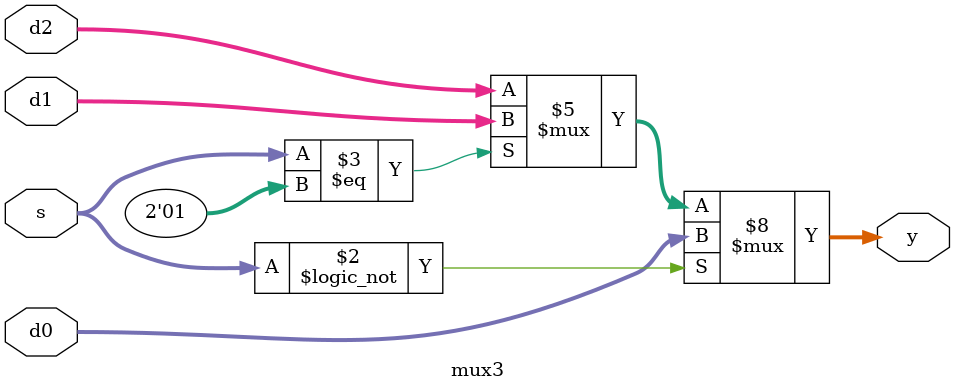
<source format=sv>
`timescale 1ns / 1ps


module mux3#(parameter WIDTH = 8)(
input logic [WIDTH - 1 : 0] d0,d1,d2,
input logic [1:0] s,
output logic [WIDTH - 1: 0] y
    );
    always@(*)
        if(s == 2'b00)y <= d0;
        else if(s == 2'b01) y<= d1;
        else  y<= d2;
   
endmodule

</source>
